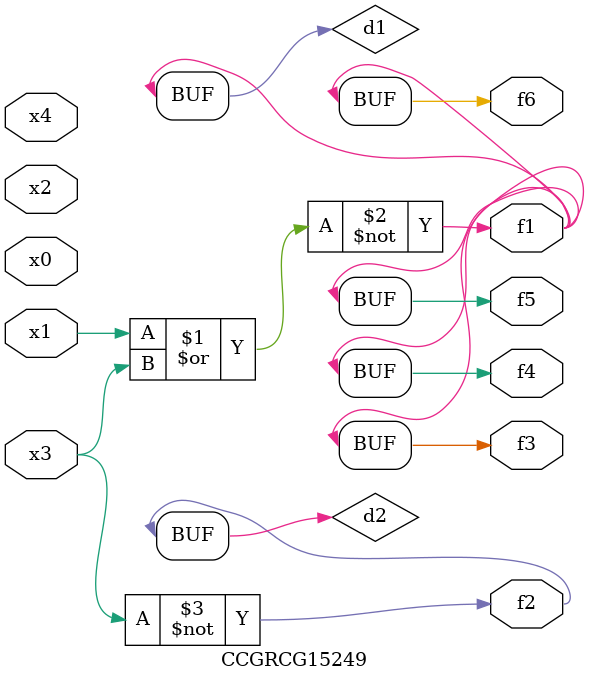
<source format=v>
module CCGRCG15249(
	input x0, x1, x2, x3, x4,
	output f1, f2, f3, f4, f5, f6
);

	wire d1, d2;

	nor (d1, x1, x3);
	not (d2, x3);
	assign f1 = d1;
	assign f2 = d2;
	assign f3 = d1;
	assign f4 = d1;
	assign f5 = d1;
	assign f6 = d1;
endmodule

</source>
